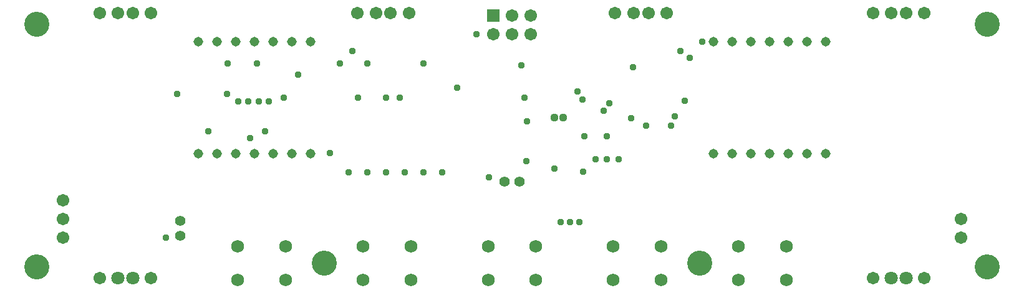
<source format=gbr>
G04 EAGLE Gerber RS-274X export*
G75*
%MOMM*%
%FSLAX34Y34*%
%LPD*%
%INSoldermask Top*%
%IPPOS*%
%AMOC8*
5,1,8,0,0,1.08239X$1,22.5*%
G01*
%ADD10C,3.403200*%
%ADD11C,1.703200*%
%ADD12C,1.803200*%
%ADD13C,1.311200*%
%ADD14R,1.711200X1.711200*%
%ADD15C,1.711200*%
%ADD16C,1.727200*%
%ADD17C,1.111200*%
%ADD18C,1.411200*%
%ADD19C,0.959600*%


D10*
X645000Y100000D03*
X-645000Y100000D03*
X-645000Y-230000D03*
X645000Y-230000D03*
D11*
X185000Y115000D03*
X165000Y115000D03*
X535000Y115000D03*
X515000Y115000D03*
X-515000Y115000D03*
X-535000Y115000D03*
X-165000Y115000D03*
X-185000Y115000D03*
D12*
X-515000Y-245000D03*
X-535000Y-245000D03*
X535000Y-245000D03*
X515000Y-245000D03*
D10*
X255000Y-225000D03*
X-255000Y-225000D03*
D13*
X-426200Y-76200D03*
X-400800Y-76200D03*
X-375400Y-76200D03*
X-350000Y-76200D03*
X-324600Y-76200D03*
X-299200Y-76200D03*
X-273800Y-76200D03*
X-273800Y76200D03*
X-299200Y76200D03*
X-324600Y76200D03*
X-350000Y76200D03*
X-375400Y76200D03*
X-400800Y76200D03*
X-426200Y76200D03*
X273800Y-76200D03*
X299200Y-76200D03*
X324600Y-76200D03*
X350000Y-76200D03*
X375400Y-76200D03*
X400800Y-76200D03*
X426200Y-76200D03*
X426200Y76200D03*
X400800Y76200D03*
X375400Y76200D03*
X350000Y76200D03*
X324600Y76200D03*
X299200Y76200D03*
X273800Y76200D03*
D14*
X-25400Y111760D03*
D15*
X-25400Y86360D03*
X0Y111760D03*
X0Y86360D03*
X25400Y111760D03*
X25400Y86360D03*
D16*
X-372500Y-202500D03*
X-372500Y-247500D03*
X-307500Y-202500D03*
X-307500Y-247500D03*
X-202500Y-202500D03*
X-202500Y-247500D03*
X-137500Y-202500D03*
X-137500Y-247500D03*
X-32500Y-202500D03*
X-32500Y-247500D03*
X32500Y-202500D03*
X32500Y-247500D03*
X137500Y-202500D03*
X137500Y-247500D03*
X202500Y-202500D03*
X202500Y-247500D03*
X307500Y-202500D03*
X307500Y-247500D03*
X372500Y-202500D03*
X372500Y-247500D03*
D17*
X69088Y-26670D03*
X57912Y-26670D03*
D15*
X-210000Y115000D03*
X-140000Y115000D03*
X-560000Y115000D03*
X-490000Y115000D03*
X140000Y115000D03*
X210000Y115000D03*
X490000Y115000D03*
X560000Y115000D03*
D18*
X-10000Y-114300D03*
X10000Y-114300D03*
D15*
X-490000Y-245000D03*
X-560000Y-245000D03*
D18*
X-450850Y-187800D03*
X-450850Y-167800D03*
D15*
X490000Y-245000D03*
X560000Y-245000D03*
X-609600Y-190500D03*
X-609600Y-165100D03*
X-609600Y-139700D03*
X609600Y-190500D03*
X609600Y-165100D03*
D19*
X-290830Y31750D03*
X-120650Y46990D03*
X-387350Y5080D03*
X-196850Y46990D03*
X128270Y-83820D03*
X20320Y-31750D03*
X88900Y8890D03*
X-386080Y46990D03*
X-412750Y-45720D03*
X-454660Y5080D03*
X113030Y-83820D03*
X-74930Y13970D03*
X-48260Y86360D03*
X163830Y41910D03*
X-309880Y0D03*
X-209550Y0D03*
X-346710Y46990D03*
X-233680Y46990D03*
X95250Y-2540D03*
X-344170Y-5080D03*
X-171450Y0D03*
X-95250Y-101600D03*
X-120650Y-101600D03*
X-146050Y-101600D03*
X-171450Y-101600D03*
X-247650Y-74930D03*
X-196850Y-101600D03*
X-222250Y-101600D03*
X-355600Y-54610D03*
X241300Y54610D03*
X-372110Y-5080D03*
X-358140Y-5080D03*
X257810Y76200D03*
X-335280Y-45720D03*
X124460Y-17780D03*
X215900Y-38100D03*
X97790Y-52070D03*
X-31750Y-107950D03*
X128270Y-52070D03*
X181610Y-38100D03*
X161290Y-27940D03*
X144780Y-83820D03*
X-330200Y-5080D03*
X-152400Y0D03*
X16510Y0D03*
X132080Y-7620D03*
X220980Y-25400D03*
X12700Y44450D03*
X-217170Y63500D03*
X228600Y63500D03*
X57150Y-96520D03*
X19050Y-86360D03*
X234680Y-3810D03*
X96520Y-100330D03*
X-469900Y-190500D03*
X91440Y-168910D03*
X78740Y-168910D03*
X66040Y-168910D03*
M02*

</source>
